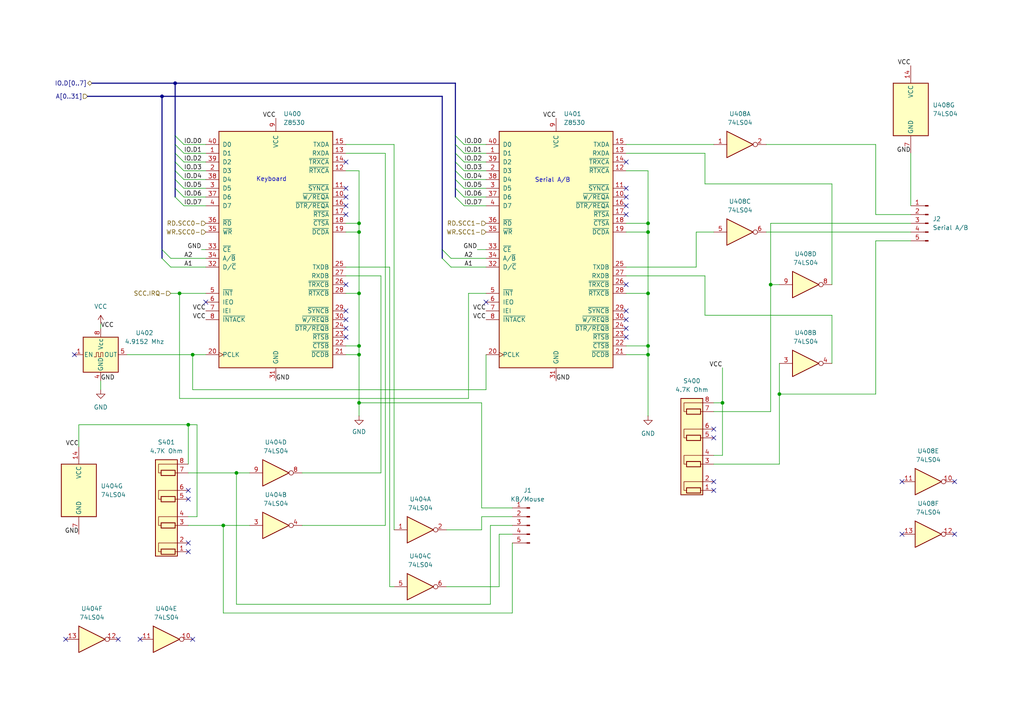
<source format=kicad_sch>
(kicad_sch (version 20231120) (generator "eeschema") (generator_version "8.0")
  (paper "A4")
  (title_block (title "Serial Ports, Keyboard/Mouse") (date "2025-03-07") (rev "1"))
  (lib_symbols
    (symbol "74xx:74LS04"
      (property "Reference" "U" (at 0 1.27 0))
      (property "Value" "74LS04" (at 0 -1.27 0))
      (symbol "74LS04_1_0"
        (polyline (pts (xy -3.81 3.81) (xy -3.81 -3.81) (xy 3.81 0) (xy -3.81 3.81)) (stroke (width 0.254)) (fill (type background)))
        (pin input line (at -7.62 0 0) (length 3.81) (name "~") (number "1"))
        (pin output inverted (at 7.62 0 180) (length 3.81) (name "~") (number "2"))
      )
      (symbol "74LS04_2_0"
        (polyline (pts (xy -3.81 3.81) (xy -3.81 -3.81) (xy 3.81 0) (xy -3.81 3.81)) (stroke (width 0.254)) (fill (type background)))
        (pin input line (at -7.62 0 0) (length 3.81) (name "~") (number "3"))
        (pin output inverted (at 7.62 0 180) (length 3.81) (name "~") (number "4"))
      )
      (symbol "74LS04_3_0"
        (polyline (pts (xy -3.81 3.81) (xy -3.81 -3.81) (xy 3.81 0) (xy -3.81 3.81)) (stroke (width 0.254)) (fill (type background)))
        (pin input line (at -7.62 0 0) (length 3.81) (name "~") (number "5"))
        (pin output inverted (at 7.62 0 180) (length 3.81) (name "~") (number "6"))
      )
      (symbol "74LS04_4_0"
        (polyline (pts (xy -3.81 3.81) (xy -3.81 -3.81) (xy 3.81 0) (xy -3.81 3.81)) (stroke (width 0.254)) (fill (type background)))
        (pin output inverted (at 7.62 0 180) (length 3.81) (name "~") (number "8"))
        (pin input line (at -7.62 0 0) (length 3.81) (name "~") (number "9"))
      )
      (symbol "74LS04_5_0"
        (polyline (pts (xy -3.81 3.81) (xy -3.81 -3.81) (xy 3.81 0) (xy -3.81 3.81)) (stroke (width 0.254)) (fill (type background)))
        (pin output inverted (at 7.62 0 180) (length 3.81) (name "~") (number "10"))
        (pin input line (at -7.62 0 0) (length 3.81) (name "~") (number "11"))
      )
      (symbol "74LS04_6_0"
        (polyline (pts (xy -3.81 3.81) (xy -3.81 -3.81) (xy 3.81 0) (xy -3.81 3.81)) (stroke (width 0.254)) (fill (type background)))
        (pin output inverted (at 7.62 0 180) (length 3.81) (name "~") (number "12"))
        (pin input line (at -7.62 0 0) (length 3.81) (name "~") (number "13"))
      )
      (symbol "74LS04_7_0"
        (pin power_in line (at 0 12.7 270) (length 5.08) (name "VCC") (number "14"))
        (pin power_in line (at 0 -12.7 90) (length 5.08) (name "GND") (number "7"))
      )
      (symbol "74LS04_7_1"
        (rectangle (start -5.08 7.62) (end 5.08 -7.62) (stroke (width 0.254)) (fill (type background)))
      )
    )
    (symbol "Connector:Conn_01x05_Pin" (pin_names (offset 1.016) hide)
      (property "Reference" "J" (at 0 7.62 0))
      (property "Value" "Conn_01x05_Pin" (at 0 -7.62 0))
      (symbol "Conn_01x05_Pin_1_1"
        (polyline (pts (xy 1.27 -5.08) (xy 0.8636 -5.08)) (stroke (width 0.1524)))
        (polyline (pts (xy 1.27 -2.54) (xy 0.8636 -2.54)) (stroke (width 0.1524)))
        (polyline (pts (xy 1.27 0) (xy 0.8636 0)) (stroke (width 0.1524)))
        (polyline (pts (xy 1.27 2.54) (xy 0.8636 2.54)) (stroke (width 0.1524)))
        (polyline (pts (xy 1.27 5.08) (xy 0.8636 5.08)) (stroke (width 0.1524)))
        (rectangle (start 0.8636 -4.953) (end 0 -5.207) (stroke (width 0.1524)) (fill (type outline)))
        (rectangle (start 0.8636 -2.413) (end 0 -2.667) (stroke (width 0.1524)) (fill (type outline)))
        (rectangle (start 0.8636 0.127) (end 0 -0.127) (stroke (width 0.1524)) (fill (type outline)))
        (rectangle (start 0.8636 2.667) (end 0 2.413) (stroke (width 0.1524)) (fill (type outline)))
        (rectangle (start 0.8636 5.207) (end 0 4.953) (stroke (width 0.1524)) (fill (type outline)))
        (pin passive line (at 5.08 5.08 180) (length 3.81) (name "Pin_1") (number "1"))
        (pin passive line (at 5.08 2.54 180) (length 3.81) (name "Pin_2") (number "2"))
        (pin passive line (at 5.08 0 180) (length 3.81) (name "Pin_3") (number "3"))
        (pin passive line (at 5.08 -2.54 180) (length 3.81) (name "Pin_4") (number "4"))
        (pin passive line (at 5.08 -5.08 180) (length 3.81) (name "Pin_5") (number "5"))
      )
    )
    (symbol "Device:R_Pack04_SIP" (pin_names (offset 0) hide)
      (property "Reference" "RN" (at -15.24 0 90))
      (property "Value" "R_Pack04_SIP" (at 15.24 0 90))
      (symbol "R_Pack04_SIP_0_1"
        (rectangle (start -13.97 -1.905) (end 13.97 4.445) (stroke (width 0.254)) (fill (type background)))
        (rectangle (start -13.462 2.794) (end -11.938 -1.27) (stroke (width 0.254)))
        (rectangle (start -5.842 2.794) (end -4.318 -1.27) (stroke (width 0.254)))
        (polyline (pts (xy -12.7 2.794) (xy -12.7 3.556) (xy -10.16 3.556) (xy -10.16 -1.27)))
        (polyline (pts (xy -5.08 2.794) (xy -5.08 3.556) (xy -2.54 3.556) (xy -2.54 -1.27)))
        (polyline (pts (xy 2.54 2.794) (xy 2.54 3.556) (xy 5.08 3.556) (xy 5.08 -1.27)))
        (polyline (pts (xy 10.16 2.794) (xy 10.16 3.556) (xy 12.7 3.556) (xy 12.7 -1.27)))
        (rectangle (start 1.778 2.794) (end 3.302 -1.27) (stroke (width 0.254)))
        (rectangle (start 9.398 2.794) (end 10.922 -1.27) (stroke (width 0.254)))
      )
      (symbol "R_Pack04_SIP_1_1"
        (pin passive line (at -12.7 -5.08 90) (length 3.81) (name "R1.1") (number "1"))
        (pin passive line (at -10.16 -5.08 90) (length 3.81) (name "R1.2") (number "2"))
        (pin passive line (at -5.08 -5.08 90) (length 3.81) (name "R2.1") (number "3"))
        (pin passive line (at -2.54 -5.08 90) (length 3.81) (name "R2.2") (number "4"))
        (pin passive line (at 2.54 -5.08 90) (length 3.81) (name "R3.1") (number "5"))
        (pin passive line (at 5.08 -5.08 90) (length 3.81) (name "R3.2") (number "6"))
        (pin passive line (at 10.16 -5.08 90) (length 3.81) (name "R4.1") (number "7"))
        (pin passive line (at 12.7 -5.08 90) (length 3.81) (name "R4.2") (number "8"))
      )
    )
    (symbol "Interface_UART:Z8530" (pin_names (offset 1.016))
      (property "Reference" "U" (at -16.51 35.56 0))
      (property "Value" "Z8530" (at 10.16 35.56 0))
      (symbol "Z8530_0_1"
        (rectangle (start -16.51 -34.29) (end 16.51 34.29) (stroke (width 0.254)) (fill (type background)))
      )
      (symbol "Z8530_1_1"
        (pin input line (at -20.32 27.94 0) (length 3.81) (name "D1") (number "1"))
        (pin output line (at 20.32 15.24 180) (length 3.81) (name "~{W/REQA}") (number "10"))
        (pin bidirectional line (at 20.32 17.78 180) (length 3.81) (name "~{SYNCA}") (number "11"))
        (pin input line (at 20.32 22.86 180) (length 3.81) (name "~{RTXCA}") (number "12"))
        (pin input line (at 20.32 27.94 180) (length 3.81) (name "RXDA") (number "13"))
        (pin bidirectional line (at 20.32 25.4 180) (length 3.81) (name "~{TRXCA}") (number "14"))
        (pin output line (at 20.32 30.48 180) (length 3.81) (name "TXDA") (number "15"))
        (pin output line (at 20.32 12.7 180) (length 3.81) (name "~{DTR/REQA}") (number "16"))
        (pin output line (at 20.32 10.16 180) (length 3.81) (name "~{RTSA}") (number "17"))
        (pin input line (at 20.32 7.62 180) (length 3.81) (name "~{CTSA}") (number "18"))
        (pin input line (at 20.32 5.08 180) (length 3.81) (name "~{DCDA}") (number "19"))
        (pin input line (at -20.32 22.86 0) (length 3.81) (name "D3") (number "2"))
        (pin input clock (at -20.32 -30.48 0) (length 3.81) (name "PCLK") (number "20"))
        (pin input line (at 20.32 -30.48 180) (length 3.81) (name "~{DCDB}") (number "21"))
        (pin input line (at 20.32 -27.94 180) (length 3.81) (name "~{CTSB}") (number "22"))
        (pin output line (at 20.32 -25.4 180) (length 3.81) (name "~{RTSB}") (number "23"))
        (pin output line (at 20.32 -22.86 180) (length 3.81) (name "~{DTR/REQB}") (number "24"))
        (pin output line (at 20.32 -5.08 180) (length 3.81) (name "TXDB") (number "25"))
        (pin bidirectional line (at 20.32 -10.16 180) (length 3.81) (name "~{TRXCB}") (number "26"))
        (pin input line (at 20.32 -7.62 180) (length 3.81) (name "RXDB") (number "27"))
        (pin input line (at 20.32 -12.7 180) (length 3.81) (name "~{RTXCB}") (number "28"))
        (pin bidirectional line (at 20.32 -17.78 180) (length 3.81) (name "~{SYNCB}") (number "29"))
        (pin input line (at -20.32 17.78 0) (length 3.81) (name "D5") (number "3"))
        (pin output line (at 20.32 -20.32 180) (length 3.81) (name "~{W/REQB}") (number "30"))
        (pin power_in line (at 0 -38.1 90) (length 3.81) (name "GND") (number "31"))
        (pin input line (at -20.32 -5.08 0) (length 3.81) (name "D/~{C}") (number "32"))
        (pin input line (at -20.32 0 0) (length 3.81) (name "~{CE}") (number "33"))
        (pin input line (at -20.32 -2.54 0) (length 3.81) (name "A/~{B}") (number "34"))
        (pin input line (at -20.32 5.08 0) (length 3.81) (name "~{WR}") (number "35"))
        (pin input line (at -20.32 7.62 0) (length 3.81) (name "~{RD}") (number "36"))
        (pin input line (at -20.32 15.24 0) (length 3.81) (name "D6") (number "37"))
        (pin input line (at -20.32 20.32 0) (length 3.81) (name "D4") (number "38"))
        (pin input line (at -20.32 25.4 0) (length 3.81) (name "D2") (number "39"))
        (pin input line (at -20.32 12.7 0) (length 3.81) (name "D7") (number "4"))
        (pin input line (at -20.32 30.48 0) (length 3.81) (name "D0") (number "40"))
        (pin open_collector line (at -20.32 -12.7 0) (length 3.81) (name "~{INT}") (number "5"))
        (pin output line (at -20.32 -15.24 0) (length 3.81) (name "IEO") (number "6"))
        (pin input line (at -20.32 -17.78 0) (length 3.81) (name "IEI") (number "7"))
        (pin input line (at -20.32 -20.32 0) (length 3.81) (name "~{INTACK}") (number "8"))
        (pin power_in line (at 0 38.1 270) (length 3.81) (name "VCC") (number "9"))
      )
    )
    (symbol "Oscillator:CXO_DIP8" (pin_names (offset 0.254))
      (property "Reference" "Y" (at -5.08 6.35 0))
      (property "Value" "CXO_DIP8" (at 1.27 -6.35 0))
      (symbol "CXO_DIP8_0_1"
        (rectangle (start -5.08 5.08) (end 5.08 -5.08) (stroke (width 0.254)) (fill (type background)))
        (polyline (pts (xy -1.905 -0.635) (xy -1.27 -0.635) (xy -1.27 0.635) (xy -0.635 0.635) (xy -0.635 -0.635) (xy 0 -0.635) (xy 0 0.635) (xy 0.635 0.635) (xy 0.635 -0.635)))
      )
      (symbol "CXO_DIP8_1_1"
        (pin input line (at -7.62 0 0) (length 2.54) (name "EN") (number "1"))
        (pin power_in line (at 0 -7.62 90) (length 2.54) (name "GND") (number "4"))
        (pin output line (at 7.62 0 180) (length 2.54) (name "OUT") (number "5"))
        (pin power_in line (at 0 7.62 270) (length 2.54) (name "Vcc") (number "8"))
      )
    )
    (symbol "power:GND" (power) (pin_numbers hide) (pin_names (offset 0) hide)
      (property "Value" "GND" (at 0 -3.81 0))
      (symbol "GND_0_1"
        (polyline (pts (xy 0 0) (xy 0 -1.27) (xy 1.27 -1.27) (xy 0 -2.54) (xy -1.27 -1.27) (xy 0 -1.27)))
      )
      (symbol "GND_1_1"
        (pin power_in line (at 0 0 270) (length 0) (name "~") (number "1"))
      )
    )
    (symbol "power:VCC" (power) (pin_numbers hide) (pin_names (offset 0) hide)
      (property "Value" "VCC" (at 0 3.556 0))
      (symbol "VCC_0_1"
        (polyline (pts (xy -0.762 1.27) (xy 0 2.54)))
        (polyline (pts (xy 0 0) (xy 0 2.54)))
        (polyline (pts (xy 0 2.54) (xy 0.762 1.27)))
      )
      (symbol "VCC_1_1"
        (pin power_in line (at 0 0 90) (length 0) (name "~") (number "1"))
      )
    )
  )
  (junction (at 68.58 137.16))
  (junction (at 54.61 123.19))
  (junction (at 46.99 27.94))
  (junction (at 187.96 67.31))
  (junction (at 223.52 82.55))
  (junction (at 64.77 152.4))
  (junction (at 187.96 64.77))
  (junction (at 104.14 67.31))
  (junction (at 187.96 102.87))
  (junction (at 50.8 24.13))
  (junction (at 104.14 85.09))
  (junction (at 104.14 100.33))
  (junction (at 187.96 85.09))
  (junction (at 209.55 116.84))
  (junction (at 52.07 85.09))
  (junction (at 104.14 116.84))
  (junction (at 187.96 100.33))
  (junction (at 226.06 114.3))
  (junction (at 104.14 102.87))
  (junction (at 55.88 102.87))
  (junction (at 104.14 64.77))
  (no_connect (at 276.86 154.94))
  (no_connect (at 207.01 142.24))
  (no_connect (at 21.59 102.87))
  (no_connect (at 34.29 185.42))
  (no_connect (at 100.33 95.25))
  (no_connect (at 181.61 57.15))
  (no_connect (at 40.64 185.42))
  (no_connect (at 100.33 82.55))
  (no_connect (at 100.33 90.17))
  (no_connect (at 19.05 185.42))
  (no_connect (at 100.33 92.71))
  (no_connect (at 54.61 142.24))
  (no_connect (at 100.33 46.99))
  (no_connect (at 181.61 54.61))
  (no_connect (at 181.61 97.79))
  (no_connect (at 181.61 59.69))
  (no_connect (at 181.61 90.17))
  (no_connect (at 181.61 95.25))
  (no_connect (at 181.61 62.23))
  (no_connect (at 261.62 154.94))
  (no_connect (at 181.61 92.71))
  (no_connect (at 55.88 185.42))
  (no_connect (at 54.61 157.48))
  (no_connect (at 100.33 97.79))
  (no_connect (at 207.01 127))
  (no_connect (at 181.61 46.99))
  (no_connect (at 207.01 124.46))
  (no_connect (at 100.33 59.69))
  (no_connect (at 100.33 57.15))
  (no_connect (at 181.61 82.55))
  (no_connect (at 54.61 160.02))
  (no_connect (at 59.69 87.63))
  (no_connect (at 276.86 139.7))
  (no_connect (at 207.01 139.7))
  (no_connect (at 100.33 54.61))
  (no_connect (at 140.97 87.63))
  (no_connect (at 54.61 144.78))
  (no_connect (at 261.62 139.7))
  (no_connect (at 100.33 62.23))
  (bus_entry (at 132.08 54.61) (size 2.54 2.54))
  (bus_entry (at 128.27 74.93) (size 2.54 2.54))
  (bus_entry (at 50.8 54.61) (size 2.54 2.54))
  (bus_entry (at 132.08 41.91) (size 2.54 2.54))
  (bus_entry (at 50.8 49.53) (size 2.54 2.54))
  (bus_entry (at 50.8 44.45) (size 2.54 2.54))
  (bus_entry (at 132.08 49.53) (size 2.54 2.54))
  (bus_entry (at 50.8 41.91) (size 2.54 2.54))
  (bus_entry (at 132.08 52.07) (size 2.54 2.54))
  (bus_entry (at 50.8 39.37) (size 2.54 2.54))
  (bus_entry (at 46.99 74.93) (size 2.54 2.54))
  (bus_entry (at 132.08 44.45) (size 2.54 2.54))
  (bus_entry (at 50.8 52.07) (size 2.54 2.54))
  (bus_entry (at 132.08 39.37) (size 2.54 2.54))
  (bus_entry (at 128.27 72.39) (size 2.54 2.54))
  (bus_entry (at 132.08 46.99) (size 2.54 2.54))
  (bus_entry (at 50.8 57.15) (size 2.54 2.54))
  (bus_entry (at 50.8 46.99) (size 2.54 2.54))
  (bus_entry (at 46.99 72.39) (size 2.54 2.54))
  (bus_entry (at 132.08 57.15) (size 2.54 2.54))
  (bus (pts (xy 50.8 41.91) (xy 50.8 44.45)))
  (bus (pts (xy 50.8 24.13) (xy 132.08 24.13)))
  (bus (pts (xy 132.08 41.91) (xy 132.08 44.45)))
  (wire (pts (xy 110.49 137.16) (xy 87.63 137.16)))
  (wire (pts (xy 53.34 52.07) (xy 59.69 52.07)))
  (wire (pts (xy 100.33 41.91) (xy 114.3 41.91)))
  (wire (pts (xy 52.07 85.09) (xy 59.69 85.09)))
  (wire (pts (xy 209.55 106.68) (xy 209.55 116.84)))
  (wire (pts (xy 207.01 116.84) (xy 209.55 116.84)))
  (wire (pts (xy 129.54 170.18) (xy 144.78 170.18)))
  (wire (pts (xy 129.54 153.67) (xy 139.7 153.67)))
  (wire (pts (xy 29.21 113.03) (xy 29.21 110.49)))
  (wire (pts (xy 100.33 102.87) (xy 104.14 102.87)))
  (wire (pts (xy 134.62 52.07) (xy 140.97 52.07)))
  (wire (pts (xy 100.33 49.53) (xy 104.14 49.53)))
  (wire (pts (xy 226.06 82.55) (xy 223.52 82.55)))
  (wire (pts (xy 53.34 59.69) (xy 59.69 59.69)))
  (wire (pts (xy 57.15 149.86) (xy 54.61 149.86)))
  (wire (pts (xy 144.78 170.18) (xy 144.78 154.94)))
  (wire (pts (xy 111.76 152.4) (xy 87.63 152.4)))
  (bus (pts (xy 46.99 27.94) (xy 46.99 72.39)))
  (wire (pts (xy 140.97 113.03) (xy 140.97 102.87)))
  (wire (pts (xy 52.07 115.57) (xy 135.89 115.57)))
  (wire (pts (xy 264.16 59.69) (xy 264.16 44.45)))
  (wire (pts (xy 140.97 72.39) (xy 138.43 72.39)))
  (wire (pts (xy 64.77 152.4) (xy 54.61 152.4)))
  (wire (pts (xy 139.7 116.84) (xy 139.7 147.32)))
  (bus (pts (xy 132.08 46.99) (xy 132.08 49.53)))
  (wire (pts (xy 111.76 44.45) (xy 111.76 152.4)))
  (wire (pts (xy 113.03 170.18) (xy 114.3 170.18)))
  (wire (pts (xy 207.01 132.08) (xy 209.55 132.08)))
  (wire (pts (xy 135.89 85.09) (xy 140.97 85.09)))
  (wire (pts (xy 181.61 44.45) (xy 204.47 44.45)))
  (wire (pts (xy 204.47 44.45) (xy 204.47 53.34)))
  (wire (pts (xy 68.58 137.16) (xy 68.58 175.26)))
  (wire (pts (xy 142.24 175.26) (xy 142.24 152.4)))
  (wire (pts (xy 114.3 41.91) (xy 114.3 153.67)))
  (wire (pts (xy 110.49 80.01) (xy 110.49 137.16)))
  (wire (pts (xy 22.86 123.19) (xy 54.61 123.19)))
  (bus (pts (xy 50.8 52.07) (xy 50.8 54.61)))
  (wire (pts (xy 223.52 119.38) (xy 207.01 119.38)))
  (wire (pts (xy 113.03 77.47) (xy 113.03 170.18)))
  (wire (pts (xy 148.59 177.8) (xy 148.59 157.48)))
  (wire (pts (xy 134.62 49.53) (xy 140.97 49.53)))
  (wire (pts (xy 254 114.3) (xy 254 69.85)))
  (bus (pts (xy 50.8 44.45) (xy 50.8 46.99)))
  (wire (pts (xy 100.33 64.77) (xy 104.14 64.77)))
  (wire (pts (xy 53.34 46.99) (xy 59.69 46.99)))
  (bus (pts (xy 50.8 24.13) (xy 50.8 39.37)))
  (wire (pts (xy 104.14 116.84) (xy 104.14 120.65)))
  (wire (pts (xy 55.88 102.87) (xy 59.69 102.87)))
  (wire (pts (xy 57.15 123.19) (xy 57.15 149.86)))
  (wire (pts (xy 187.96 67.31) (xy 187.96 85.09)))
  (wire (pts (xy 64.77 177.8) (xy 148.59 177.8)))
  (wire (pts (xy 187.96 102.87) (xy 187.96 120.65)))
  (bus (pts (xy 50.8 49.53) (xy 50.8 52.07)))
  (bus (pts (xy 132.08 54.61) (xy 132.08 57.15)))
  (wire (pts (xy 254 69.85) (xy 264.16 69.85)))
  (wire (pts (xy 36.83 102.87) (xy 55.88 102.87)))
  (wire (pts (xy 139.7 153.67) (xy 139.7 149.86)))
  (wire (pts (xy 104.14 100.33) (xy 104.14 102.87)))
  (wire (pts (xy 204.47 80.01) (xy 204.47 91.44)))
  (wire (pts (xy 181.61 102.87) (xy 187.96 102.87)))
  (wire (pts (xy 55.88 113.03) (xy 140.97 113.03)))
  (wire (pts (xy 223.52 82.55) (xy 223.52 119.38)))
  (wire (pts (xy 68.58 137.16) (xy 72.39 137.16)))
  (wire (pts (xy 223.52 82.55) (xy 223.52 64.77)))
  (wire (pts (xy 223.52 64.77) (xy 264.16 64.77)))
  (wire (pts (xy 181.61 77.47) (xy 201.93 77.47)))
  (wire (pts (xy 104.14 64.77) (xy 104.14 67.31)))
  (wire (pts (xy 68.58 175.26) (xy 142.24 175.26)))
  (wire (pts (xy 53.34 57.15) (xy 59.69 57.15)))
  (wire (pts (xy 29.21 93.98) (xy 29.21 95.25)))
  (wire (pts (xy 64.77 152.4) (xy 64.77 177.8)))
  (bus (pts (xy 128.27 72.39) (xy 128.27 74.93)))
  (wire (pts (xy 53.34 49.53) (xy 59.69 49.53)))
  (wire (pts (xy 52.07 85.09) (xy 52.07 115.57)))
  (bus (pts (xy 25.4 27.94) (xy 46.99 27.94)))
  (wire (pts (xy 142.24 152.4) (xy 148.59 152.4)))
  (wire (pts (xy 59.69 72.39) (xy 58.42 72.39)))
  (wire (pts (xy 72.39 152.4) (xy 64.77 152.4)))
  (wire (pts (xy 100.33 85.09) (xy 104.14 85.09)))
  (wire (pts (xy 204.47 53.34) (xy 241.3 53.34)))
  (bus (pts (xy 132.08 52.07) (xy 132.08 54.61)))
  (wire (pts (xy 53.34 44.45) (xy 59.69 44.45)))
  (wire (pts (xy 100.33 67.31) (xy 104.14 67.31)))
  (wire (pts (xy 104.14 85.09) (xy 104.14 100.33)))
  (wire (pts (xy 134.62 59.69) (xy 140.97 59.69)))
  (wire (pts (xy 181.61 80.01) (xy 204.47 80.01)))
  (wire (pts (xy 55.88 102.87) (xy 55.88 113.03)))
  (wire (pts (xy 241.3 91.44) (xy 241.3 105.41)))
  (wire (pts (xy 134.62 44.45) (xy 140.97 44.45)))
  (wire (pts (xy 226.06 114.3) (xy 226.06 134.62)))
  (wire (pts (xy 54.61 123.19) (xy 57.15 123.19)))
  (wire (pts (xy 135.89 115.57) (xy 135.89 85.09)))
  (wire (pts (xy 226.06 105.41) (xy 226.06 114.3)))
  (wire (pts (xy 54.61 137.16) (xy 68.58 137.16)))
  (wire (pts (xy 104.14 67.31) (xy 104.14 85.09)))
  (bus (pts (xy 132.08 24.13) (xy 132.08 39.37)))
  (wire (pts (xy 139.7 149.86) (xy 148.59 149.86)))
  (wire (pts (xy 139.7 147.32) (xy 148.59 147.32)))
  (bus (pts (xy 50.8 39.37) (xy 50.8 41.91)))
  (wire (pts (xy 222.25 41.91) (xy 254 41.91)))
  (wire (pts (xy 100.33 100.33) (xy 104.14 100.33)))
  (wire (pts (xy 187.96 85.09) (xy 187.96 100.33)))
  (bus (pts (xy 132.08 44.45) (xy 132.08 46.99)))
  (wire (pts (xy 181.61 49.53) (xy 187.96 49.53)))
  (wire (pts (xy 254 62.23) (xy 264.16 62.23)))
  (wire (pts (xy 181.61 85.09) (xy 187.96 85.09)))
  (wire (pts (xy 134.62 57.15) (xy 140.97 57.15)))
  (wire (pts (xy 100.33 77.47) (xy 113.03 77.47)))
  (wire (pts (xy 100.33 80.01) (xy 110.49 80.01)))
  (wire (pts (xy 104.14 49.53) (xy 104.14 64.77)))
  (wire (pts (xy 222.25 67.31) (xy 264.16 67.31)))
  (wire (pts (xy 254 41.91) (xy 254 62.23)))
  (wire (pts (xy 201.93 67.31) (xy 201.93 77.47)))
  (bus (pts (xy 50.8 54.61) (xy 50.8 57.15)))
  (wire (pts (xy 209.55 132.08) (xy 209.55 116.84)))
  (wire (pts (xy 104.14 116.84) (xy 139.7 116.84)))
  (wire (pts (xy 181.61 41.91) (xy 207.01 41.91)))
  (wire (pts (xy 181.61 67.31) (xy 187.96 67.31)))
  (wire (pts (xy 130.81 74.93) (xy 140.97 74.93)))
  (wire (pts (xy 187.96 49.53) (xy 187.96 64.77)))
  (bus (pts (xy 132.08 49.53) (xy 132.08 52.07)))
  (wire (pts (xy 241.3 53.34) (xy 241.3 82.55)))
  (wire (pts (xy 53.34 54.61) (xy 59.69 54.61)))
  (wire (pts (xy 134.62 46.99) (xy 140.97 46.99)))
  (bus (pts (xy 26.67 24.13) (xy 50.8 24.13)))
  (wire (pts (xy 54.61 123.19) (xy 54.61 134.62)))
  (wire (pts (xy 204.47 91.44) (xy 241.3 91.44)))
  (wire (pts (xy 53.34 41.91) (xy 59.69 41.91)))
  (wire (pts (xy 49.53 74.93) (xy 59.69 74.93)))
  (wire (pts (xy 187.96 64.77) (xy 187.96 67.31)))
  (wire (pts (xy 134.62 54.61) (xy 140.97 54.61)))
  (wire (pts (xy 201.93 67.31) (xy 207.01 67.31)))
  (bus (pts (xy 128.27 27.94) (xy 128.27 72.39)))
  (wire (pts (xy 49.53 77.47) (xy 59.69 77.47)))
  (wire (pts (xy 134.62 41.91) (xy 140.97 41.91)))
  (bus (pts (xy 132.08 39.37) (xy 132.08 41.91)))
  (wire (pts (xy 130.81 77.47) (xy 140.97 77.47)))
  (wire (pts (xy 100.33 44.45) (xy 111.76 44.45)))
  (wire (pts (xy 187.96 100.33) (xy 187.96 102.87)))
  (wire (pts (xy 181.61 64.77) (xy 187.96 64.77)))
  (wire (pts (xy 104.14 102.87) (xy 104.14 116.84)))
  (wire (pts (xy 226.06 134.62) (xy 207.01 134.62)))
  (wire (pts (xy 181.61 100.33) (xy 187.96 100.33)))
  (bus (pts (xy 50.8 46.99) (xy 50.8 49.53)))
  (wire (pts (xy 144.78 154.94) (xy 148.59 154.94)))
  (bus (pts (xy 46.99 72.39) (xy 46.99 74.93)))
  (wire (pts (xy 49.53 85.09) (xy 52.07 85.09)))
  (wire (pts (xy 226.06 114.3) (xy 254 114.3)))
  (bus (pts (xy 46.99 27.94) (xy 128.27 27.94)))
  (wire (pts (xy 22.86 129.54) (xy 22.86 123.19)))
  (text "Keyboard" (at 78.74 52.07 0) (effects (font (size 1.27 1.27))))
  (text "Serial A/B" (at 160.274 52.324 0) (effects (font (size 1.27 1.27))))
  (label "GND" (at 22.86 154.94 180))
  (label "IO.D3" (at 53.34 49.53 0))
  (label "GND" (at 264.16 44.45 180))
  (label "VCC" (at 140.97 92.71 180))
  (label "VCC" (at 22.86 129.54 180))
  (label "IO.D1" (at 53.34 44.45 0))
  (label "GND" (at 29.21 110.49 0))
  (label "A2" (at 55.88 74.93 180))
  (label "IO.D5" (at 134.62 54.61 0))
  (label "IO.D2" (at 53.34 46.99 0))
  (label "IO.D3" (at 134.62 49.53 0))
  (label "IO.D5" (at 53.34 54.61 0))
  (label "IO.D2" (at 134.62 46.99 0))
  (label "A1" (at 137.16 77.47 180))
  (label "VCC" (at 264.16 19.05 180))
  (label "VCC" (at 140.97 90.17 180))
  (label "IO.D6" (at 53.34 57.15 0))
  (label "A1" (at 55.88 77.47 180))
  (label "GND" (at 138.43 72.39 180))
  (label "VCC" (at 80.01 34.29 180))
  (label "VCC" (at 29.21 95.25 0))
  (label "VCC" (at 59.69 90.17 180))
  (label "IO.D0" (at 53.34 41.91 0))
  (label "GND" (at 58.42 72.39 180))
  (label "IO.D6" (at 134.62 57.15 0))
  (label "GND" (at 161.29 110.49 0))
  (label "IO.D0" (at 134.62 41.91 0))
  (label "A2" (at 137.16 74.93 180))
  (label "IO.D7" (at 134.62 59.69 0))
  (label "VCC" (at 209.55 106.68 180))
  (label "IO.D4" (at 134.62 52.07 0))
  (label "VCC" (at 59.69 92.71 180))
  (label "IO.D7" (at 53.34 59.69 0))
  (label "IO.D4" (at 53.34 52.07 0))
  (label "VCC" (at 161.29 34.29 180))
  (label "GND" (at 80.01 110.49 0))
  (label "IO.D1" (at 134.62 44.45 0))
  (hierarchical_label "RD.SCC1-" (shape input) (at 140.97 64.77 180))
  (hierarchical_label "WR.SCC1-" (shape input) (at 140.97 67.31 180))
  (hierarchical_label "WR.SCC0-" (shape input) (at 59.69 67.31 180))
  (hierarchical_label "IO.D[0..7]" (shape bidirectional) (at 26.67 24.13 180))
  (hierarchical_label "RD.SCC0-" (shape input) (at 59.69 64.77 180))
  (hierarchical_label "A[0..31]" (shape input) (at 25.4 27.94 180))
  (hierarchical_label "SCC.IRQ-" (shape input) (at 49.53 85.09 180))
  (symbol (lib_id "74xx:74LS04") (at 26.67 185.42 0) (unit 6)
    (property "Reference" "U404" (at 26.67 176.53 0))
    (property "Value" "74LS04" (at 26.67 179.07 0))
    (property "Footprint" "Package_DIP:DIP-14_W7.62mm" (effects (hide yes)))
    (property "Datasheet" "http://www.ti.com/lit/gpn/sn74LS04" (effects (hide yes)))
    (property "Description" "Hex Inverter" (effects (hide yes)))
  )
  (symbol (lib_id "Interface_UART:Z8530") (at 161.29 72.39 0) (unit 1)
    (property "Reference" "U401" (at 163.4841 33.02 0) (effects (justify left)))
    (property "Value" "Z8530" (at 163.4841 35.56 0) (effects (justify left)))
    (property "Footprint" "Package_DIP:DIP-40_W15.24mm" (effects (hide yes)))
    (property "Description" "SCC Serial Communication Controller, DIP-40" (effects (hide yes)))
  )
  (symbol (lib_id "Connector:Conn_01x05_Pin") (at 269.24 64.77 0) (mirror y) (unit 1)
    (property "Reference" "J2" (at 270.51 63.4999 0) (effects (justify right)))
    (property "Value" "Serial A/B" (at 270.51 66.0399 0) (effects (justify right)))
    (property "Footprint" "Connector_PinHeader_2.54mm:PinHeader_1x05_P2.54mm_Vertical" (effects (hide yes)))
    (property "Description" "Generic connector, single row, 01x05, script generated" (effects (hide yes)))
  )
  (symbol (lib_id "Device:R_Pack04_SIP") (at 201.93 129.54 90) (unit 1)
    (property "Reference" "S400" (at 200.66 110.49 90))
    (property "Value" "4.7K Ohm" (at 200.66 113.03 90))
    (property "Footprint" "Resistor_THT:R_Array_SIP8" (effects (hide yes)))
    (property "Datasheet" "http://www.vishay.com/docs/31509/csc.pdf" (effects (hide yes)))
    (property "Description" "4 resistor network, parallel topology, SIP package" (effects (hide yes)))
  )
  (symbol (lib_id "74xx:74LS04") (at 269.24 139.7 0) (unit 5)
    (property "Reference" "U408" (at 269.24 130.81 0))
    (property "Value" "74LS04" (at 269.24 133.35 0))
    (property "Footprint" "Package_DIP:DIP-14_W7.62mm" (effects (hide yes)))
    (property "Datasheet" "http://www.ti.com/lit/gpn/sn74LS04" (effects (hide yes)))
    (property "Description" "Hex Inverter" (effects (hide yes)))
  )
  (symbol (lib_id "Oscillator:CXO_DIP8") (at 29.21 102.87 0) (unit 1)
    (property "Reference" "U402" (at 41.91 96.5514 0))
    (property "Value" "4.9152 Mhz" (at 41.91 99.0914 0))
    (property "Footprint" "Oscillator:Oscillator_DIP-8" (effects (hide yes)))
    (property "Datasheet" "http://cdn-reichelt.de/documents/datenblatt/B400/OSZI.pdf" (effects (hide yes)))
    (property "Description" "Crystal Clock Oscillator, DIP8-style metal package" (effects (hide yes)))
  )
  (symbol (lib_id "74xx:74LS04") (at 121.92 170.18 0) (unit 3)
    (property "Reference" "U404" (at 121.92 161.29 0))
    (property "Value" "74LS04" (at 121.92 163.83 0))
    (property "Footprint" "Package_DIP:DIP-14_W7.62mm" (effects (hide yes)))
    (property "Datasheet" "http://www.ti.com/lit/gpn/sn74LS04" (effects (hide yes)))
    (property "Description" "Hex Inverter" (effects (hide yes)))
  )
  (symbol (lib_id "74xx:74LS04") (at 264.16 31.75 0) (unit 7)
    (property "Reference" "U408" (at 270.51 30.4799 0) (effects (justify left)))
    (property "Value" "74LS04" (at 270.51 33.0199 0) (effects (justify left)))
    (property "Footprint" "Package_DIP:DIP-14_W7.62mm" (effects (hide yes)))
    (property "Datasheet" "http://www.ti.com/lit/gpn/sn74LS04" (effects (hide yes)))
    (property "Description" "Hex Inverter" (effects (hide yes)))
  )
  (symbol (lib_id "74xx:74LS04") (at 233.68 105.41 0) (unit 2)
    (property "Reference" "U408" (at 233.68 96.52 0))
    (property "Value" "74LS04" (at 233.68 99.06 0))
    (property "Footprint" "Package_DIP:DIP-14_W7.62mm" (effects (hide yes)))
    (property "Datasheet" "http://www.ti.com/lit/gpn/sn74LS04" (effects (hide yes)))
    (property "Description" "Hex Inverter" (effects (hide yes)))
  )
  (symbol (lib_id "74xx:74LS04") (at 80.01 152.4 0) (unit 2)
    (property "Reference" "U404" (at 80.01 143.51 0))
    (property "Value" "74LS04" (at 80.01 146.05 0))
    (property "Footprint" "Package_DIP:DIP-14_W7.62mm" (effects (hide yes)))
    (property "Datasheet" "http://www.ti.com/lit/gpn/sn74LS04" (effects (hide yes)))
    (property "Description" "Hex Inverter" (effects (hide yes)))
  )
  (symbol (lib_id "Connector:Conn_01x05_Pin") (at 153.67 152.4 0) (mirror y) (unit 1)
    (property "Reference" "J1" (at 153.035 142.24 0))
    (property "Value" "KB/Mouse" (at 153.035 144.78 0))
    (property "Footprint" "Connector_PinHeader_2.54mm:PinHeader_1x05_P2.54mm_Vertical" (effects (hide yes)))
    (property "Description" "Generic connector, single row, 01x05, script generated" (effects (hide yes)))
  )
  (symbol (lib_id "74xx:74LS04") (at 80.01 137.16 0) (unit 4)
    (property "Reference" "U404" (at 80.01 128.27 0))
    (property "Value" "74LS04" (at 80.01 130.81 0))
    (property "Footprint" "Package_DIP:DIP-14_W7.62mm" (effects (hide yes)))
    (property "Datasheet" "http://www.ti.com/lit/gpn/sn74LS04" (effects (hide yes)))
    (property "Description" "Hex Inverter" (effects (hide yes)))
  )
  (symbol (lib_id "74xx:74LS04") (at 214.63 67.31 0) (unit 3)
    (property "Reference" "U408" (at 214.63 58.42 0))
    (property "Value" "74LS04" (at 214.63 60.96 0))
    (property "Footprint" "Package_DIP:DIP-14_W7.62mm" (effects (hide yes)))
    (property "Datasheet" "http://www.ti.com/lit/gpn/sn74LS04" (effects (hide yes)))
    (property "Description" "Hex Inverter" (effects (hide yes)))
  )
  (symbol (lib_id "power:VCC") (at 29.21 93.98 0) (unit 1)
    (property "Reference" "#PWR07" (effects (hide yes)))
    (property "Value" "VCC" (at 29.21 88.9 0))
    (property "Description" "Power symbol creates a global label with name \"VCC\"" (effects (hide yes)))
  )
  (symbol (lib_id "Device:R_Pack04_SIP") (at 49.53 147.32 90) (unit 1)
    (property "Reference" "S401" (at 48.26 128.27 90))
    (property "Value" "4.7K Ohm" (at 48.26 130.81 90))
    (property "Footprint" "Resistor_THT:R_Array_SIP8" (effects (hide yes)))
    (property "Datasheet" "http://www.vishay.com/docs/31509/csc.pdf" (effects (hide yes)))
    (property "Description" "4 resistor network, parallel topology, SIP package" (effects (hide yes)))
  )
  (symbol (lib_id "74xx:74LS04") (at 214.63 41.91 0) (unit 1)
    (property "Reference" "U408" (at 214.63 33.02 0))
    (property "Value" "74LS04" (at 214.63 35.56 0))
    (property "Footprint" "Package_DIP:DIP-14_W7.62mm" (effects (hide yes)))
    (property "Datasheet" "http://www.ti.com/lit/gpn/sn74LS04" (effects (hide yes)))
    (property "Description" "Hex Inverter" (effects (hide yes)))
  )
  (symbol (lib_id "power:GND") (at 29.21 113.03 0) (unit 1)
    (property "Reference" "#PWR06" (effects (hide yes)))
    (property "Value" "GND" (at 29.21 118.11 0))
    (property "Description" "Power symbol creates a global label with name \"GND\" , ground" (effects (hide yes)))
  )
  (symbol (lib_id "74xx:74LS04") (at 22.86 142.24 0) (unit 7)
    (property "Reference" "U404" (at 29.21 140.9699 0) (effects (justify left)))
    (property "Value" "74LS04" (at 29.21 143.5099 0) (effects (justify left)))
    (property "Footprint" "Package_DIP:DIP-14_W7.62mm" (effects (hide yes)))
    (property "Datasheet" "http://www.ti.com/lit/gpn/sn74LS04" (effects (hide yes)))
    (property "Description" "Hex Inverter" (effects (hide yes)))
  )
  (symbol (lib_id "74xx:74LS04") (at 48.26 185.42 0) (unit 5)
    (property "Reference" "U404" (at 48.26 176.53 0))
    (property "Value" "74LS04" (at 48.26 179.07 0))
    (property "Footprint" "Package_DIP:DIP-14_W7.62mm" (effects (hide yes)))
    (property "Datasheet" "http://www.ti.com/lit/gpn/sn74LS04" (effects (hide yes)))
    (property "Description" "Hex Inverter" (effects (hide yes)))
  )
  (symbol (lib_id "74xx:74LS04") (at 233.68 82.55 0) (unit 4)
    (property "Reference" "U408" (at 233.68 73.66 0))
    (property "Value" "74LS04" (at 233.68 76.2 0))
    (property "Footprint" "Package_DIP:DIP-14_W7.62mm" (effects (hide yes)))
    (property "Datasheet" "http://www.ti.com/lit/gpn/sn74LS04" (effects (hide yes)))
    (property "Description" "Hex Inverter" (effects (hide yes)))
  )
  (symbol (lib_id "74xx:74LS04") (at 269.24 154.94 0) (unit 6)
    (property "Reference" "U408" (at 269.24 146.05 0))
    (property "Value" "74LS04" (at 269.24 148.59 0))
    (property "Footprint" "Package_DIP:DIP-14_W7.62mm" (effects (hide yes)))
    (property "Datasheet" "http://www.ti.com/lit/gpn/sn74LS04" (effects (hide yes)))
    (property "Description" "Hex Inverter" (effects (hide yes)))
  )
  (symbol (lib_id "power:GND") (at 187.96 120.65 0) (unit 1)
    (property "Reference" "#PWR09" (effects (hide yes)))
    (property "Value" "GND" (at 187.96 125.73 0))
    (property "Description" "Power symbol creates a global label with name \"GND\" , ground" (effects (hide yes)))
  )
  (symbol (lib_id "power:GND") (at 104.14 120.65 0) (unit 1)
    (property "Reference" "#PWR08" (effects (hide yes)))
    (property "Value" "GND" (at 104.14 125.222 0))
    (property "Description" "Power symbol creates a global label with name \"GND\" , ground" (effects (hide yes)))
  )
  (symbol (lib_id "Interface_UART:Z8530") (at 80.01 72.39 0) (unit 1)
    (property "Reference" "U400" (at 82.2041 33.02 0) (effects (justify left)))
    (property "Value" "Z8530" (at 82.2041 35.56 0) (effects (justify left)))
    (property "Footprint" "Package_DIP:DIP-40_W15.24mm" (effects (hide yes)))
    (property "Description" "SCC Serial Communication Controller, DIP-40" (effects (hide yes)))
  )
  (symbol (lib_id "74xx:74LS04") (at 121.92 153.67 0) (unit 1)
    (property "Reference" "U404" (at 121.92 144.78 0))
    (property "Value" "74LS04" (at 121.92 147.32 0))
    (property "Footprint" "Package_DIP:DIP-14_W7.62mm" (effects (hide yes)))
    (property "Datasheet" "http://www.ti.com/lit/gpn/sn74LS04" (effects (hide yes)))
    (property "Description" "Hex Inverter" (effects (hide yes)))
  )
)
</source>
